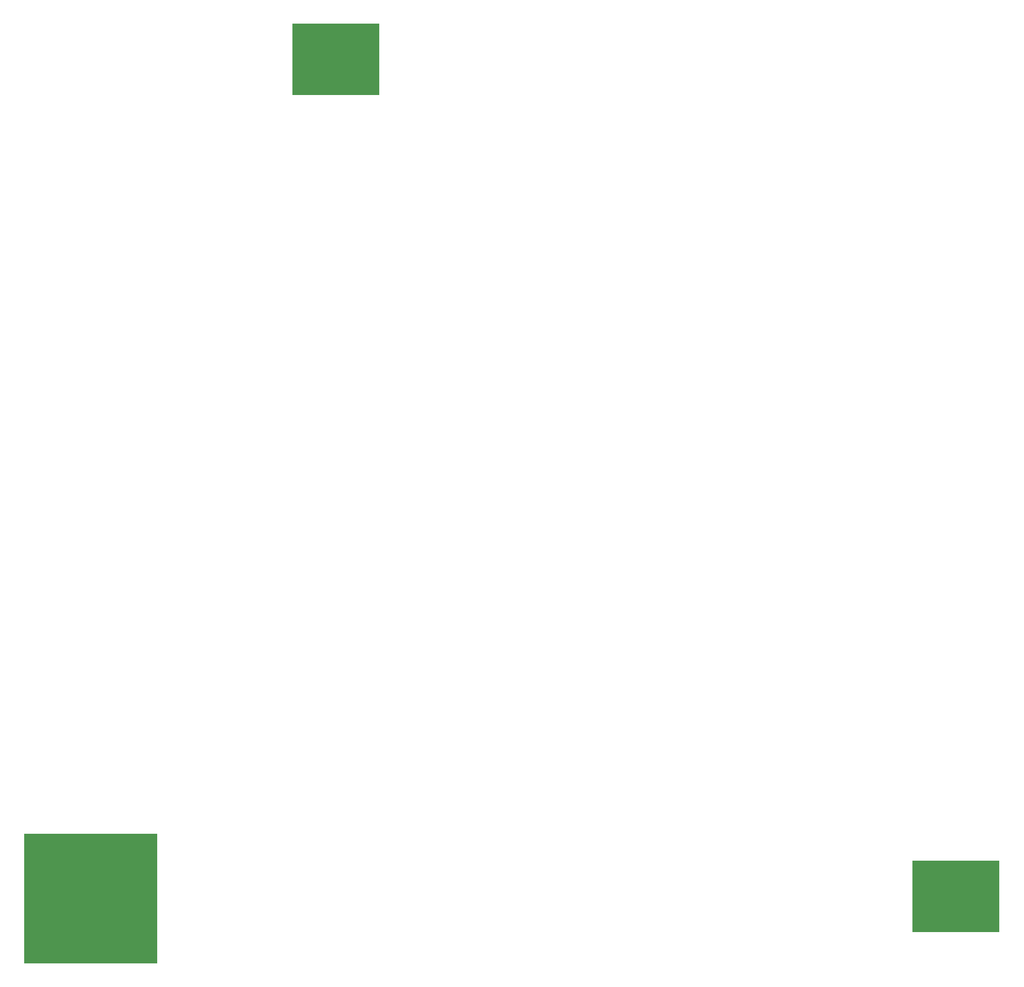
<source format=gbr>
%TF.GenerationSoftware,KiCad,Pcbnew,(5.1.5)-3*%
%TF.CreationDate,2021-01-24T13:48:14-06:00*%
%TF.ProjectId,dragon64,64726167-6f6e-4363-942e-6b696361645f,rev?*%
%TF.SameCoordinates,Original*%
%TF.FileFunction,Paste,Top*%
%TF.FilePolarity,Positive*%
%FSLAX46Y46*%
G04 Gerber Fmt 4.6, Leading zero omitted, Abs format (unit mm)*
G04 Created by KiCad (PCBNEW (5.1.5)-3) date 2021-01-24 13:48:14*
%MOMM*%
%LPD*%
G04 APERTURE LIST*
%ADD10R,13.500000X11.000000*%
%ADD11R,20.500000X20.000000*%
G04 APERTURE END LIST*
D10*
%TO.C,XL3*%
X242930000Y-142150000D03*
%TD*%
%TO.C,XL2*%
X147426000Y-13118000D03*
%TD*%
D11*
%TO.C,XL1*%
X109728000Y-142494000D03*
%TD*%
M02*

</source>
